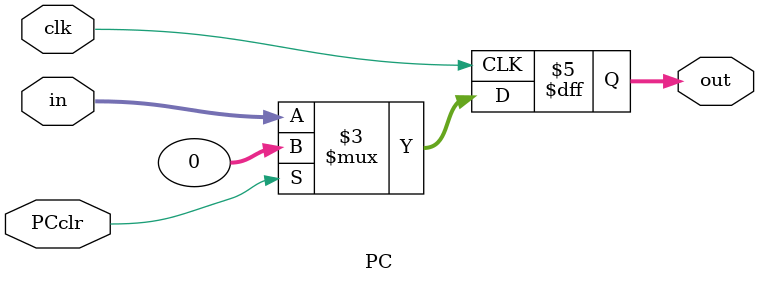
<source format=v>
module PC(clk,out,in,PCclr);
	input wire [31:0] in;
	input clk,PCclr;
	output[31:0] out;
	reg[31:0] out;
	always @(negedge clk)
		#1 begin
			if(PCclr)
				out=0;
			else
				out=in;
		end
endmodule

</source>
